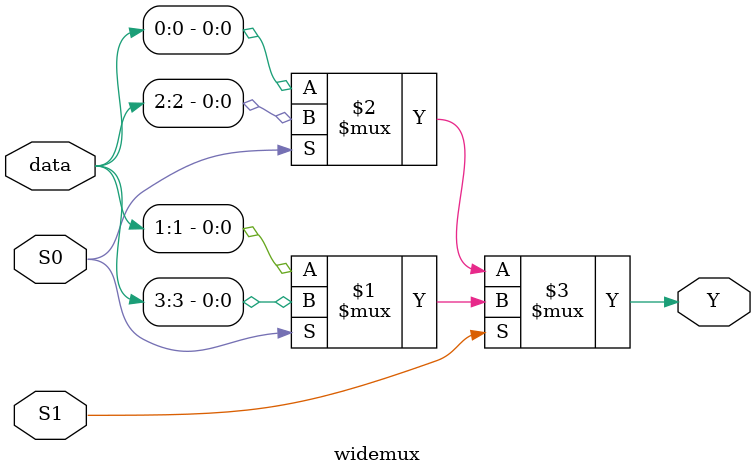
<source format=v>
/*
ISC License

Copyright (C) 2024 Microchip Technology Inc. and its subsidiaries

Permission to use, copy, modify, and/or distribute this software for any
purpose with or without fee is hereby granted, provided that the above
copyright notice and this permission notice appear in all copies.

THE SOFTWARE IS PROVIDED "AS IS" AND THE AUTHOR DISCLAIMS ALL WARRANTIES
WITH REGARD TO THIS SOFTWARE INCLUDING ALL IMPLIED WARRANTIES OF
MERCHANTABILITY AND FITNESS. IN NO EVENT SHALL THE AUTHOR BE LIABLE FOR
ANY SPECIAL, DIRECT, INDIRECT, OR CONSEQUENTIAL DAMAGES OR ANY DAMAGES
WHATSOEVER RESULTING FROM LOSS OF USE, DATA OR PROFITS, WHETHER IN AN
ACTION OF CONTRACT, NEGLIGENCE OR OTHER TORTIOUS ACTION, ARISING OUT OF
OR IN CONNECTION WITH THE USE OR PERFORMANCE OF THIS SOFTWARE.
*/

module widemux(
	input [3:0] data,
	input S0,
	input S1,
	output Y

);
assign Y = S1 ? (S0 ? data[3] : data[1]) : (S0 ? data[2] : data[0]);

endmodule




</source>
